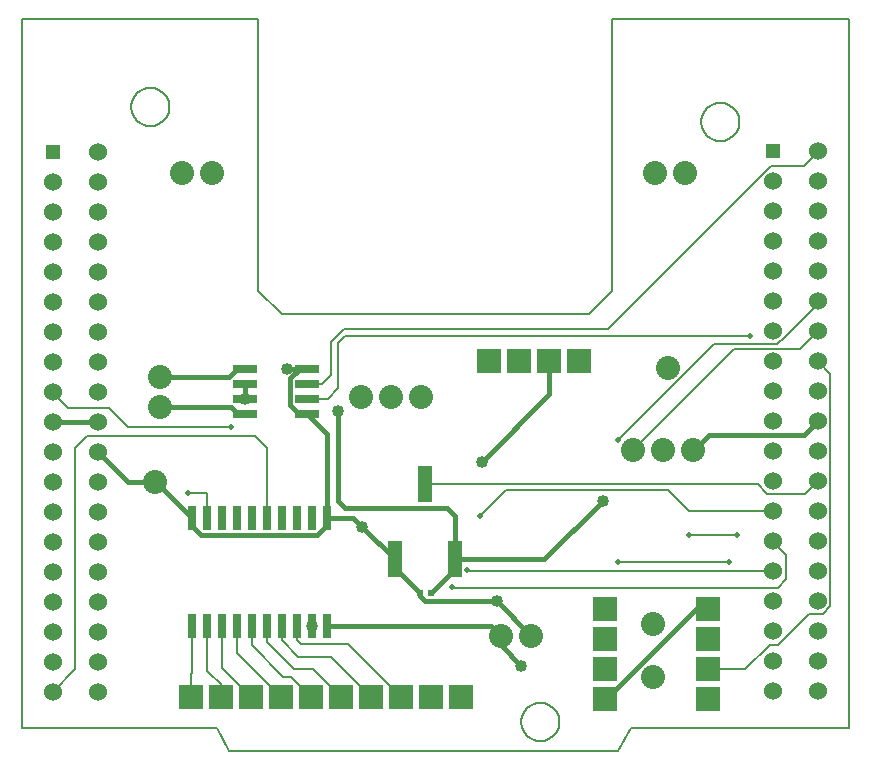
<source format=gbr>
G04 PROTEUS GERBER X2 FILE*
%TF.GenerationSoftware,Labcenter,Proteus,8.12-SP2-Build31155*%
%TF.CreationDate,2024-11-30T19:26:21+00:00*%
%TF.FileFunction,Copper,L1,Top*%
%TF.FilePolarity,Positive*%
%TF.Part,Single*%
%TF.SameCoordinates,{e6e8286e-83a0-46e7-8d5c-4e76f455a4ca}*%
%FSLAX45Y45*%
%MOMM*%
G01*
%TA.AperFunction,Conductor*%
%ADD10C,0.381000*%
%ADD11C,0.304800*%
%ADD12C,0.203200*%
%ADD13C,0.152400*%
%TA.AperFunction,ViaPad*%
%ADD14C,1.016000*%
%ADD15C,0.508000*%
%TA.AperFunction,ComponentPad*%
%ADD16R,1.270000X1.270000*%
%ADD17C,1.524000*%
%TA.AperFunction,ComponentPad*%
%ADD18R,2.032000X2.032000*%
%TA.AperFunction,ComponentPad*%
%ADD19C,2.032000*%
%TA.AperFunction,SMDPad,CuDef*%
%ADD70R,1.270000X3.048000*%
%TA.AperFunction,SMDPad,CuDef*%
%ADD71R,0.635000X2.032000*%
%TA.AperFunction,SMDPad,CuDef*%
%ADD20R,2.032000X0.635000*%
%TA.AperFunction,SMDPad,CuDef*%
%ADD21R,0.609600X0.609600*%
%TA.AperFunction,Profile*%
%ADD22C,0.203200*%
%TD.AperFunction*%
D10*
X+1170000Y+2974000D02*
X+1755356Y+2974000D01*
X+1821856Y+3040500D01*
X+1889650Y+3040500D01*
X+1170000Y+2720000D02*
X+1770000Y+2720000D01*
X+1830500Y+2659500D01*
X+1889650Y+2659500D01*
X+3664000Y+1425000D02*
X+3664000Y+1793500D01*
X+3600500Y+1857000D01*
X+2738000Y+1857000D01*
X+2674500Y+1920500D01*
X+2674500Y+2682500D01*
X+4915500Y+1920350D02*
X+4420150Y+1425000D01*
X+3944500Y+1425000D01*
X+3881000Y+1425000D02*
X+3944500Y+1425000D01*
X+3817500Y+1425000D02*
X+3881000Y+1425000D01*
X+3664000Y+1425000D02*
X+3817500Y+1425000D01*
X+3664000Y+1425000D02*
X+3664000Y+1344000D01*
X+3460000Y+1140000D01*
X+2581500Y+862800D02*
X+3246000Y+862800D01*
X+2581500Y+862800D02*
X+2581500Y+926589D01*
X+5810000Y+1004000D02*
X+5704000Y+1004000D01*
X+5072428Y+372431D01*
D11*
X+5061568Y+361571D01*
D10*
X+4940000Y+240000D02*
X+5061568Y+361571D01*
X+4056000Y+780000D02*
X+3973200Y+862800D01*
X+3246000Y+862800D01*
X+4056000Y+780000D02*
X+4056000Y+698442D01*
X+4229076Y+525366D01*
X+1889650Y+2786500D02*
X+1889650Y+2913500D01*
D12*
X+1434000Y+260000D02*
X+1434000Y+460000D01*
X+1438500Y+464500D01*
X+1438500Y+862800D01*
X+1942000Y+260000D02*
X+1692500Y+509500D01*
X+1692500Y+862800D01*
X+2196000Y+260000D02*
X+1819501Y+636499D01*
X+1819500Y+862800D01*
X+1819501Y+862800D01*
D10*
X+2581500Y+1777200D02*
X+2581500Y+1713324D01*
X+2501310Y+1633134D01*
X+2454500Y+1633134D01*
X+2442890Y+1633134D02*
X+2454500Y+1633134D01*
X+2410350Y+2659500D02*
X+2581500Y+2488350D01*
X+2581500Y+2428500D01*
X+6737000Y+2594000D02*
X+6623000Y+2480000D01*
X+5814000Y+2480000D01*
X+5684000Y+2350000D01*
X+1438500Y+1777200D02*
X+1438500Y+1708167D01*
X+1513533Y+1633134D01*
X+2442890Y+1633134D01*
X+2581500Y+1777200D02*
X+2581500Y+2428500D01*
X+3370000Y+1140000D02*
X+3370000Y+1116101D01*
X+3416101Y+1070000D01*
X+4020000Y+1070000D01*
X+4310000Y+780000D02*
X+4020000Y+1070000D01*
X+641000Y+2336000D02*
X+897000Y+2080000D01*
X+1130000Y+2080000D01*
X+1438500Y+1777200D02*
X+1135700Y+2080000D01*
X+1130000Y+2080000D01*
X+3156000Y+1425000D02*
X+3156000Y+1354000D01*
X+3370000Y+1140000D01*
X+3892000Y+2250000D02*
X+4466500Y+2824500D01*
X+4466500Y+3107200D01*
X+2410350Y+2659500D02*
X+2349490Y+2659500D01*
X+2272020Y+2736970D01*
X+2272020Y+2960480D01*
X+2352040Y+3040500D01*
X+2247529Y+3040734D02*
X+2247763Y+3040500D01*
X+2352040Y+3040500D01*
X+2410350Y+3040500D01*
D12*
X+6737000Y+3356000D02*
X+6587111Y+3206111D01*
X+6032111Y+3206111D01*
X+5176000Y+2350000D01*
X+1404500Y+1984000D02*
X+1565500Y+1984000D01*
X+1565500Y+1777200D01*
X+6167000Y+3317500D02*
X+2738000Y+3317500D01*
X+2674500Y+3254000D01*
X+2674500Y+2873000D01*
X+2588000Y+2786500D01*
X+2410350Y+2786500D01*
X+6737000Y+2086000D02*
X+6735999Y+2086000D01*
X+6631909Y+1981910D01*
X+6308090Y+1981910D01*
X+6230000Y+2060000D01*
X+3410000Y+2060000D01*
X+3881000Y+1793500D02*
X+4096725Y+2009225D01*
X+5468500Y+2009225D01*
X+5645725Y+1832000D01*
X+6356000Y+1832000D01*
X+260000Y+304000D02*
X+452000Y+496000D01*
X+452000Y+2365000D01*
X+553810Y+2466810D01*
X+1976000Y+2466810D01*
X+2073499Y+2369311D01*
X+2073500Y+1777200D01*
X+2073499Y+1777200D01*
X+2200499Y+1777200D02*
X+2200500Y+1777200D01*
D10*
X+260000Y+2590000D02*
X+641000Y+2590000D01*
X+3156000Y+1425000D02*
X+2880500Y+1700500D01*
X+2803800Y+1777200D01*
X+2581500Y+1777200D01*
D12*
X+6356000Y+1324000D02*
X+3782197Y+1324000D01*
X+3770597Y+1335600D01*
X+5810000Y+496000D02*
X+6124680Y+496000D01*
X+6331710Y+703030D01*
X+6403030Y+703030D01*
X+6663159Y+963159D01*
X+6779986Y+963159D01*
X+6844322Y+1027495D01*
X+6844322Y+2994678D01*
X+6737000Y+3102000D01*
X+5647570Y+1636007D02*
X+6043993Y+1636007D01*
X+6050000Y+1630000D01*
X+5990000Y+1400000D02*
X+5042850Y+1400000D01*
X+5042500Y+1399650D01*
X+6356000Y+1578000D02*
X+6356000Y+1574000D01*
X+6470000Y+1460000D01*
X+6470000Y+1260000D01*
X+6397594Y+1187594D01*
X+3638281Y+1187594D01*
X+3637907Y+1187968D01*
X+260000Y+2844000D02*
X+260000Y+2838500D01*
X+387000Y+2711500D01*
X+735000Y+2711500D01*
X+896500Y+2550000D01*
X+1770000Y+2550000D01*
X+6737000Y+3610000D02*
X+6737000Y+3587000D01*
X+6462517Y+3312517D01*
X+6460000Y+3312517D01*
X+6394212Y+3246729D01*
X+5857956Y+3246729D01*
X+5046308Y+2435081D01*
X+5046654Y+2434814D01*
X+1946500Y+862800D02*
X+1946500Y+697221D01*
X+2213721Y+430000D01*
X+2280000Y+430000D01*
X+2450000Y+260000D01*
X+2410350Y+2913500D02*
X+2543501Y+2913500D01*
X+2620000Y+2989999D01*
X+2620000Y+3270000D01*
X+2730000Y+3380000D01*
X+4960000Y+3380000D01*
X+6340000Y+4760000D01*
X+6348303Y+4760000D01*
D13*
X+6383697Y+4760000D01*
D12*
X+6620001Y+4760000D01*
X+6737000Y+4876999D01*
X+6737000Y+4880000D01*
X+1565500Y+862800D02*
X+1565500Y+484500D01*
X+1690325Y+359675D01*
X+1690325Y+262325D01*
X+1688000Y+260000D01*
X+2704000Y+260000D02*
X+2464000Y+500000D01*
X+2300000Y+500000D01*
X+2073500Y+726500D01*
X+2073500Y+862800D01*
X+2200500Y+862800D02*
X+2200500Y+739500D01*
X+2340000Y+600000D01*
X+2618000Y+600000D01*
X+2958000Y+260000D01*
X+2327500Y+862800D02*
X+2327500Y+742500D01*
X+2360000Y+710000D01*
X+2762000Y+710000D01*
X+3212000Y+260000D01*
D14*
X+2674500Y+2682500D03*
X+4915500Y+1920350D03*
X+4229076Y+525366D03*
X+4020000Y+1070000D03*
X+2454500Y+862800D03*
X+3892000Y+2250000D03*
X+2247529Y+3040734D03*
D15*
X+1404500Y+1984000D03*
X+6167000Y+3317500D03*
X+3881000Y+1793500D03*
X+1692500Y+1777200D03*
X+1819500Y+1777200D03*
X+1946500Y+1777200D03*
X+2454500Y+1777200D03*
X+2327500Y+1777200D03*
X+2200499Y+1777200D03*
D14*
X+1889650Y+2786500D03*
X+2880500Y+1700500D03*
D15*
X+3770597Y+1335600D03*
X+5647570Y+1636007D03*
X+6050000Y+1630000D03*
X+5990000Y+1400000D03*
X+5042500Y+1399650D03*
X+3637907Y+1187968D03*
X+1770000Y+2550000D03*
X+5046654Y+2434814D03*
D16*
X+260000Y+4876000D03*
D17*
X+641000Y+4876000D03*
X+260000Y+4622000D03*
X+641000Y+4622000D03*
X+260000Y+4368000D03*
X+641000Y+4368000D03*
X+260000Y+4114000D03*
X+641000Y+4114000D03*
X+260000Y+3860000D03*
X+641000Y+3860000D03*
X+260000Y+3606000D03*
X+641000Y+3606000D03*
X+260000Y+3352000D03*
X+641000Y+3352000D03*
X+260000Y+3098000D03*
X+641000Y+3098000D03*
X+260000Y+2844000D03*
X+641000Y+2844000D03*
X+260000Y+2590000D03*
X+641000Y+2590000D03*
X+260000Y+2336000D03*
X+641000Y+2336000D03*
X+260000Y+2082000D03*
X+641000Y+2082000D03*
X+260000Y+1828000D03*
X+641000Y+1828000D03*
X+260000Y+1574000D03*
X+641000Y+1574000D03*
X+260000Y+1320000D03*
X+641000Y+1320000D03*
X+260000Y+1066000D03*
X+641000Y+1066000D03*
X+260000Y+812000D03*
X+641000Y+812000D03*
X+260000Y+558000D03*
X+641000Y+558000D03*
X+260000Y+304000D03*
X+641000Y+304000D03*
D16*
X+6356000Y+4880000D03*
D17*
X+6737000Y+4880000D03*
X+6356000Y+4626000D03*
X+6737000Y+4626000D03*
X+6356000Y+4372000D03*
X+6737000Y+4372000D03*
X+6356000Y+4118000D03*
X+6737000Y+4118000D03*
X+6356000Y+3864000D03*
X+6737000Y+3864000D03*
X+6356000Y+3610000D03*
X+6737000Y+3610000D03*
X+6356000Y+3356000D03*
X+6737000Y+3356000D03*
X+6356000Y+3102000D03*
X+6737000Y+3102000D03*
X+6356000Y+2848000D03*
X+6737000Y+2848000D03*
X+6356000Y+2594000D03*
X+6737000Y+2594000D03*
X+6356000Y+2340000D03*
X+6737000Y+2340000D03*
X+6356000Y+2086000D03*
X+6737000Y+2086000D03*
X+6356000Y+1832000D03*
X+6737000Y+1832000D03*
X+6356000Y+1578000D03*
X+6737000Y+1578000D03*
X+6356000Y+1324000D03*
X+6737000Y+1324000D03*
X+6356000Y+1070000D03*
X+6737000Y+1070000D03*
X+6356000Y+816000D03*
X+6737000Y+816000D03*
X+6356000Y+562000D03*
X+6737000Y+562000D03*
X+6356000Y+308000D03*
X+6737000Y+308000D03*
D18*
X+3720000Y+260000D03*
X+3466000Y+260000D03*
X+3212000Y+260000D03*
X+2958000Y+260000D03*
X+2704000Y+260000D03*
X+2450000Y+260000D03*
X+2196000Y+260000D03*
X+1942000Y+260000D03*
X+1688000Y+260000D03*
X+1434000Y+260000D03*
D19*
X+1610000Y+4700000D03*
X+1356000Y+4700000D03*
X+2869500Y+2802800D03*
X+3123500Y+2802800D03*
X+3377500Y+2802800D03*
X+1170000Y+2974000D03*
X+1170000Y+2720000D03*
D18*
X+4720500Y+3107200D03*
X+4466500Y+3107200D03*
X+4212500Y+3107200D03*
X+3958500Y+3107200D03*
D19*
X+5176000Y+2350000D03*
X+5430000Y+2350000D03*
X+5684000Y+2350000D03*
D18*
X+5810000Y+242000D03*
X+5810000Y+496000D03*
X+5810000Y+750000D03*
X+5810000Y+1004000D03*
D19*
X+4056000Y+780000D03*
X+4310000Y+780000D03*
D18*
X+4940000Y+240000D03*
X+4940000Y+494000D03*
X+4940000Y+748000D03*
X+4940000Y+1002000D03*
D19*
X+5610000Y+4700000D03*
X+5356000Y+4700000D03*
D70*
X+3156000Y+1425000D03*
X+3664000Y+1425000D03*
X+3410000Y+2060000D03*
D71*
X+2581500Y+1777200D03*
X+2454500Y+1777200D03*
X+2327500Y+1777200D03*
X+2200500Y+1777200D03*
X+2073500Y+1777200D03*
X+1946500Y+1777200D03*
X+1819500Y+1777200D03*
X+1692500Y+1777200D03*
X+1565500Y+1777200D03*
X+1438500Y+1777200D03*
X+1438500Y+862800D03*
X+1565500Y+862800D03*
X+1692500Y+862800D03*
X+1819500Y+862800D03*
X+1946500Y+862800D03*
X+2073500Y+862800D03*
X+2200500Y+862800D03*
X+2327500Y+862800D03*
X+2454500Y+862800D03*
X+2581500Y+862800D03*
D20*
X+1889650Y+3040500D03*
X+1889650Y+2913500D03*
X+1889650Y+2786500D03*
X+1889650Y+2659500D03*
X+2410350Y+2659500D03*
X+2410350Y+2786500D03*
X+2410350Y+2913500D03*
X+2410350Y+3040500D03*
D21*
X+3460000Y+1140000D03*
X+3370000Y+1140000D03*
D19*
X+5340000Y+880000D03*
X+5340000Y+430000D03*
X+5470000Y+3050000D03*
X+1130000Y+2080000D03*
D22*
X+0Y+0D02*
X+1650000Y+0D01*
X+7000000Y+0D02*
X+7000000Y+6000000D01*
X+5000000Y+6000000D01*
X+5000000Y+3700000D01*
X+4800000Y+3500000D01*
X+2200000Y+3500000D01*
X+2000000Y+3700000D02*
X+2000000Y+6000000D01*
X+0Y+6000000D01*
X+0Y+0D01*
X+2000000Y+3700000D02*
X+2200000Y+3500000D01*
X+5160000Y+0D02*
X+7000000Y+0D01*
X+1750000Y-200000D02*
X+5050000Y-200000D01*
X+1650000Y+0D02*
X+1750000Y-200000D01*
X+5160000Y+0D02*
X+5050000Y-200000D01*
X+4550045Y+50000D02*
X+4549508Y+63142D01*
X+4545144Y+89427D01*
X+4536029Y+115712D01*
X+4521182Y+141997D01*
X+4498470Y+168118D01*
X+4472185Y+187898D01*
X+4445900Y+200658D01*
X+4419615Y+208108D01*
X+4393330Y+210987D01*
X+4389000Y+211045D01*
X+4227955Y+50000D02*
X+4228492Y+63142D01*
X+4232856Y+89427D01*
X+4241971Y+115712D01*
X+4256818Y+141997D01*
X+4279530Y+168118D01*
X+4305815Y+187898D01*
X+4332100Y+200658D01*
X+4358385Y+208108D01*
X+4384670Y+210987D01*
X+4389000Y+211045D01*
X+4227955Y+50000D02*
X+4228492Y+36858D01*
X+4232856Y+10573D01*
X+4241971Y-15712D01*
X+4256818Y-41997D01*
X+4279530Y-68118D01*
X+4305815Y-87898D01*
X+4332100Y-100658D01*
X+4358385Y-108108D01*
X+4384670Y-110987D01*
X+4389000Y-111045D01*
X+4550045Y+50000D02*
X+4549508Y+36858D01*
X+4545144Y+10573D01*
X+4536029Y-15712D01*
X+4521182Y-41997D01*
X+4498470Y-68118D01*
X+4472185Y-87898D01*
X+4445900Y-100658D01*
X+4419615Y-108108D01*
X+4393330Y-110987D01*
X+4389000Y-111045D01*
X+6074045Y+5130000D02*
X+6073508Y+5143142D01*
X+6069144Y+5169427D01*
X+6060029Y+5195712D01*
X+6045182Y+5221997D01*
X+6022470Y+5248118D01*
X+5996185Y+5267898D01*
X+5969900Y+5280658D01*
X+5943615Y+5288108D01*
X+5917330Y+5290987D01*
X+5913000Y+5291045D01*
X+5751955Y+5130000D02*
X+5752492Y+5143142D01*
X+5756856Y+5169427D01*
X+5765971Y+5195712D01*
X+5780818Y+5221997D01*
X+5803530Y+5248118D01*
X+5829815Y+5267898D01*
X+5856100Y+5280658D01*
X+5882385Y+5288108D01*
X+5908670Y+5290987D01*
X+5913000Y+5291045D01*
X+5751955Y+5130000D02*
X+5752492Y+5116858D01*
X+5756856Y+5090573D01*
X+5765971Y+5064288D01*
X+5780818Y+5038003D01*
X+5803530Y+5011882D01*
X+5829815Y+4992102D01*
X+5856100Y+4979342D01*
X+5882385Y+4971892D01*
X+5908670Y+4969013D01*
X+5913000Y+4968955D01*
X+6074045Y+5130000D02*
X+6073508Y+5116858D01*
X+6069144Y+5090573D01*
X+6060029Y+5064288D01*
X+6045182Y+5038003D01*
X+6022470Y+5011882D01*
X+5996185Y+4992102D01*
X+5969900Y+4979342D01*
X+5943615Y+4971892D01*
X+5917330Y+4969013D01*
X+5913000Y+4968955D01*
X+1248045Y+5257000D02*
X+1247508Y+5270142D01*
X+1243144Y+5296427D01*
X+1234029Y+5322712D01*
X+1219182Y+5348997D01*
X+1196470Y+5375118D01*
X+1170185Y+5394898D01*
X+1143900Y+5407658D01*
X+1117615Y+5415108D01*
X+1091330Y+5417987D01*
X+1087000Y+5418045D01*
X+925955Y+5257000D02*
X+926492Y+5270142D01*
X+930856Y+5296427D01*
X+939971Y+5322712D01*
X+954818Y+5348997D01*
X+977530Y+5375118D01*
X+1003815Y+5394898D01*
X+1030100Y+5407658D01*
X+1056385Y+5415108D01*
X+1082670Y+5417987D01*
X+1087000Y+5418045D01*
X+925955Y+5257000D02*
X+926492Y+5243858D01*
X+930856Y+5217573D01*
X+939971Y+5191288D01*
X+954818Y+5165003D01*
X+977530Y+5138882D01*
X+1003815Y+5119102D01*
X+1030100Y+5106342D01*
X+1056385Y+5098892D01*
X+1082670Y+5096013D01*
X+1087000Y+5095955D01*
X+1248045Y+5257000D02*
X+1247508Y+5243858D01*
X+1243144Y+5217573D01*
X+1234029Y+5191288D01*
X+1219182Y+5165003D01*
X+1196470Y+5138882D01*
X+1170185Y+5119102D01*
X+1143900Y+5106342D01*
X+1117615Y+5098892D01*
X+1091330Y+5096013D01*
X+1087000Y+5095955D01*
M02*

</source>
